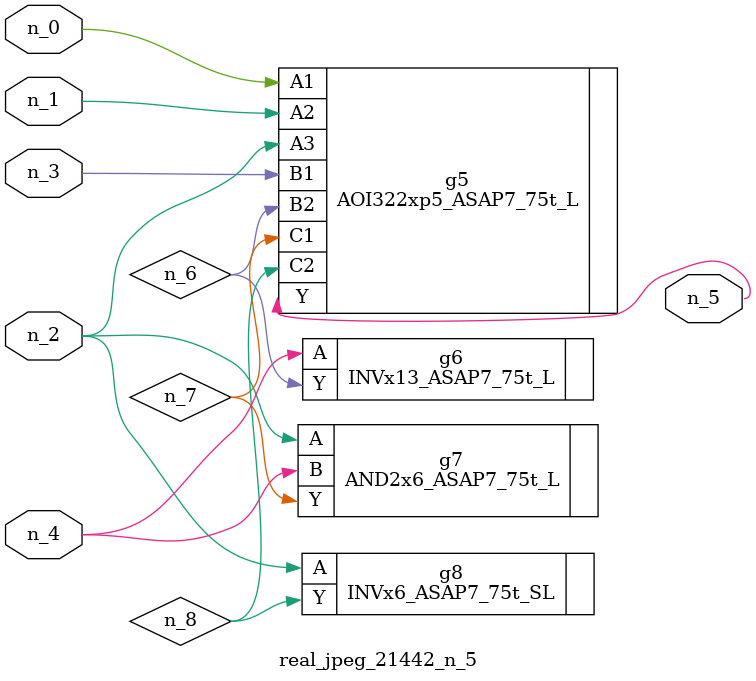
<source format=v>
module real_jpeg_21442_n_5 (n_4, n_0, n_1, n_2, n_3, n_5);

input n_4;
input n_0;
input n_1;
input n_2;
input n_3;

output n_5;

wire n_8;
wire n_6;
wire n_7;

AOI322xp5_ASAP7_75t_L g5 ( 
.A1(n_0),
.A2(n_1),
.A3(n_2),
.B1(n_3),
.B2(n_6),
.C1(n_7),
.C2(n_8),
.Y(n_5)
);

AND2x6_ASAP7_75t_L g7 ( 
.A(n_2),
.B(n_4),
.Y(n_7)
);

INVx6_ASAP7_75t_SL g8 ( 
.A(n_2),
.Y(n_8)
);

INVx13_ASAP7_75t_L g6 ( 
.A(n_4),
.Y(n_6)
);


endmodule
</source>
